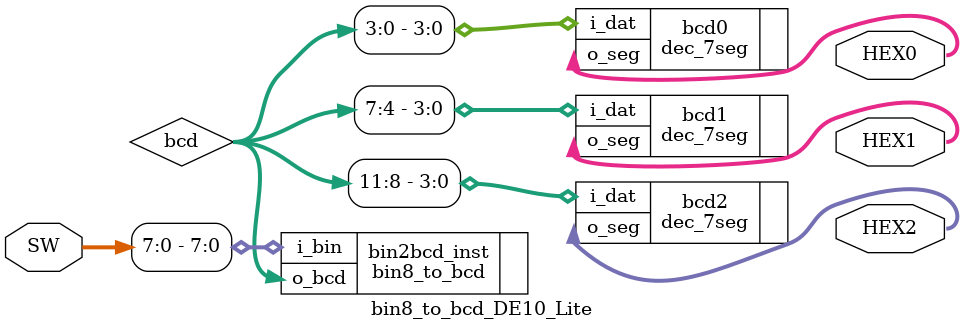
<source format=v>
module bin8_to_bcd_DE10_Lite (SW, HEX0, HEX1, HEX2);

input   [9:0]   SW;
output  [6:0]   HEX0, HEX1, HEX2;

wire    [11:0]  bcd;

bin8_to_bcd bin2bcd_inst (.i_bin (SW[7:0]), 
                          .o_bcd (bcd)
                          );

dec_7seg    bcd0(.i_dat (bcd[3:0]), 
                 .o_seg (HEX0)
                 );

dec_7seg    bcd1(.i_dat (bcd[7:4]), 
                 .o_seg (HEX1)
                 );

dec_7seg    bcd2(.i_dat (bcd[11:8]), 
                 .o_seg (HEX2)
                 );

endmodule


</source>
